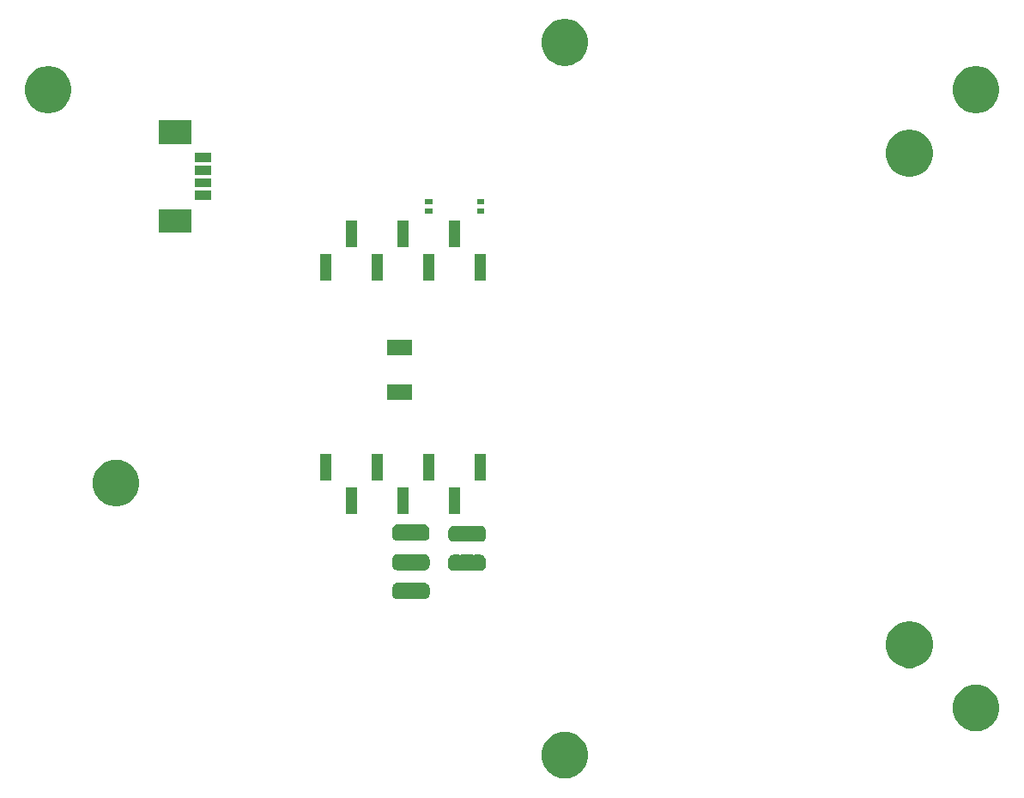
<source format=gbr>
G04 #@! TF.GenerationSoftware,KiCad,Pcbnew,(5.1.2)-2*
G04 #@! TF.CreationDate,2021-09-09T10:29:02-03:00*
G04 #@! TF.ProjectId,MAG_Plus,4d41475f-506c-4757-932e-6b696361645f,rev?*
G04 #@! TF.SameCoordinates,Original*
G04 #@! TF.FileFunction,Soldermask,Top*
G04 #@! TF.FilePolarity,Negative*
%FSLAX46Y46*%
G04 Gerber Fmt 4.6, Leading zero omitted, Abs format (unit mm)*
G04 Created by KiCad (PCBNEW (5.1.2)-2) date 2021-09-09 10:29:02*
%MOMM*%
%LPD*%
G04 APERTURE LIST*
%ADD10C,0.100000*%
G04 APERTURE END LIST*
D10*
G36*
X513178903Y-110873213D02*
G01*
X513401177Y-110917426D01*
X513819932Y-111090880D01*
X514196802Y-111342696D01*
X514517304Y-111663198D01*
X514769120Y-112040068D01*
X514942574Y-112458823D01*
X515031000Y-112903371D01*
X515031000Y-113356629D01*
X514942574Y-113801177D01*
X514769120Y-114219932D01*
X514517304Y-114596802D01*
X514196802Y-114917304D01*
X513819932Y-115169120D01*
X513401177Y-115342574D01*
X513178903Y-115386787D01*
X512956630Y-115431000D01*
X512503370Y-115431000D01*
X512281097Y-115386787D01*
X512058823Y-115342574D01*
X511640068Y-115169120D01*
X511263198Y-114917304D01*
X510942696Y-114596802D01*
X510690880Y-114219932D01*
X510517426Y-113801177D01*
X510429000Y-113356629D01*
X510429000Y-112903371D01*
X510517426Y-112458823D01*
X510690880Y-112040068D01*
X510942696Y-111663198D01*
X511263198Y-111342696D01*
X511640068Y-111090880D01*
X512058823Y-110917426D01*
X512281097Y-110873213D01*
X512503370Y-110829000D01*
X512956630Y-110829000D01*
X513178903Y-110873213D01*
X513178903Y-110873213D01*
G37*
G36*
X553738903Y-106213213D02*
G01*
X553961177Y-106257426D01*
X554379932Y-106430880D01*
X554756802Y-106682696D01*
X555077304Y-107003198D01*
X555329120Y-107380068D01*
X555502574Y-107798823D01*
X555591000Y-108243371D01*
X555591000Y-108696629D01*
X555502574Y-109141177D01*
X555329120Y-109559932D01*
X555077304Y-109936802D01*
X554756802Y-110257304D01*
X554379932Y-110509120D01*
X553961177Y-110682574D01*
X553738903Y-110726787D01*
X553516630Y-110771000D01*
X553063370Y-110771000D01*
X552841097Y-110726787D01*
X552618823Y-110682574D01*
X552200068Y-110509120D01*
X551823198Y-110257304D01*
X551502696Y-109936802D01*
X551250880Y-109559932D01*
X551077426Y-109141177D01*
X550989000Y-108696629D01*
X550989000Y-108243371D01*
X551077426Y-107798823D01*
X551250880Y-107380068D01*
X551502696Y-107003198D01*
X551823198Y-106682696D01*
X552200068Y-106430880D01*
X552618823Y-106257426D01*
X552841097Y-106213213D01*
X553063370Y-106169000D01*
X553516630Y-106169000D01*
X553738903Y-106213213D01*
X553738903Y-106213213D01*
G37*
G36*
X547188903Y-99973213D02*
G01*
X547411177Y-100017426D01*
X547829932Y-100190880D01*
X548206802Y-100442696D01*
X548527304Y-100763198D01*
X548779120Y-101140068D01*
X548952574Y-101558823D01*
X549041000Y-102003371D01*
X549041000Y-102456629D01*
X548952574Y-102901177D01*
X548779120Y-103319932D01*
X548527304Y-103696802D01*
X548206802Y-104017304D01*
X547829932Y-104269120D01*
X547411177Y-104442574D01*
X547188903Y-104486787D01*
X546966630Y-104531000D01*
X546513370Y-104531000D01*
X546291097Y-104486787D01*
X546068823Y-104442574D01*
X545650068Y-104269120D01*
X545273198Y-104017304D01*
X544952696Y-103696802D01*
X544700880Y-103319932D01*
X544527426Y-102901177D01*
X544439000Y-102456629D01*
X544439000Y-102003371D01*
X544527426Y-101558823D01*
X544700880Y-101140068D01*
X544952696Y-100763198D01*
X545273198Y-100442696D01*
X545650068Y-100190880D01*
X546068823Y-100017426D01*
X546291097Y-99973213D01*
X546513370Y-99929000D01*
X546966630Y-99929000D01*
X547188903Y-99973213D01*
X547188903Y-99973213D01*
G37*
G36*
X496829999Y-96119737D02*
G01*
X496844528Y-96124145D01*
X496857711Y-96129606D01*
X496881745Y-96134388D01*
X496906249Y-96134389D01*
X496930282Y-96129609D01*
X496952921Y-96120232D01*
X496954765Y-96119000D01*
X498186050Y-96119000D01*
X498198164Y-96125475D01*
X498221613Y-96132588D01*
X498245999Y-96134990D01*
X498270385Y-96132588D01*
X498293834Y-96125475D01*
X498298746Y-96123152D01*
X498310001Y-96119737D01*
X498326140Y-96118148D01*
X498863861Y-96118148D01*
X498882199Y-96119954D01*
X498894450Y-96120556D01*
X498912869Y-96120556D01*
X498935149Y-96122750D01*
X499019233Y-96139476D01*
X499040660Y-96145976D01*
X499119858Y-96178780D01*
X499125303Y-96181691D01*
X499125309Y-96181693D01*
X499134169Y-96186429D01*
X499134173Y-96186432D01*
X499139614Y-96189340D01*
X499210899Y-96236971D01*
X499228204Y-96251172D01*
X499288828Y-96311796D01*
X499303029Y-96329101D01*
X499350660Y-96400386D01*
X499353568Y-96405827D01*
X499353571Y-96405831D01*
X499358307Y-96414691D01*
X499358309Y-96414697D01*
X499361220Y-96420142D01*
X499394024Y-96499340D01*
X499400524Y-96520767D01*
X499417250Y-96604851D01*
X499419444Y-96627131D01*
X499419444Y-96645550D01*
X499420046Y-96657801D01*
X499421852Y-96676139D01*
X499421852Y-97163862D01*
X499420046Y-97182199D01*
X499419444Y-97194450D01*
X499419444Y-97212869D01*
X499417250Y-97235149D01*
X499400524Y-97319233D01*
X499394024Y-97340660D01*
X499361220Y-97419858D01*
X499358309Y-97425303D01*
X499358307Y-97425309D01*
X499353571Y-97434169D01*
X499353568Y-97434173D01*
X499350660Y-97439614D01*
X499303029Y-97510899D01*
X499288828Y-97528204D01*
X499228204Y-97588828D01*
X499210899Y-97603029D01*
X499139614Y-97650660D01*
X499134173Y-97653568D01*
X499134169Y-97653571D01*
X499125309Y-97658307D01*
X499125303Y-97658309D01*
X499119858Y-97661220D01*
X499040660Y-97694024D01*
X499019233Y-97700524D01*
X498935149Y-97717250D01*
X498912869Y-97719444D01*
X498894450Y-97719444D01*
X498882199Y-97720046D01*
X498863862Y-97721852D01*
X498326140Y-97721852D01*
X498310001Y-97720263D01*
X498295472Y-97715855D01*
X498282289Y-97710394D01*
X498258255Y-97705612D01*
X498233751Y-97705611D01*
X498209718Y-97710391D01*
X498187079Y-97719768D01*
X498185235Y-97721000D01*
X496953950Y-97721000D01*
X496941836Y-97714525D01*
X496918387Y-97707412D01*
X496894001Y-97705010D01*
X496869615Y-97707412D01*
X496846166Y-97714525D01*
X496841254Y-97716848D01*
X496829999Y-97720263D01*
X496813860Y-97721852D01*
X496276138Y-97721852D01*
X496257801Y-97720046D01*
X496245550Y-97719444D01*
X496227131Y-97719444D01*
X496204851Y-97717250D01*
X496120767Y-97700524D01*
X496099340Y-97694024D01*
X496020142Y-97661220D01*
X496014697Y-97658309D01*
X496014691Y-97658307D01*
X496005831Y-97653571D01*
X496005827Y-97653568D01*
X496000386Y-97650660D01*
X495929101Y-97603029D01*
X495911796Y-97588828D01*
X495851172Y-97528204D01*
X495836971Y-97510899D01*
X495789340Y-97439614D01*
X495786432Y-97434173D01*
X495786429Y-97434169D01*
X495781693Y-97425309D01*
X495781691Y-97425303D01*
X495778780Y-97419858D01*
X495745976Y-97340660D01*
X495739476Y-97319233D01*
X495722750Y-97235149D01*
X495720556Y-97212869D01*
X495720556Y-97194450D01*
X495719954Y-97182199D01*
X495718148Y-97163862D01*
X495718148Y-96676139D01*
X495719954Y-96657801D01*
X495720556Y-96645550D01*
X495720556Y-96627131D01*
X495722750Y-96604851D01*
X495739476Y-96520767D01*
X495745976Y-96499340D01*
X495778780Y-96420142D01*
X495781691Y-96414697D01*
X495781693Y-96414691D01*
X495786429Y-96405831D01*
X495786432Y-96405827D01*
X495789340Y-96400386D01*
X495836971Y-96329101D01*
X495851172Y-96311796D01*
X495911796Y-96251172D01*
X495929101Y-96236971D01*
X496000386Y-96189340D01*
X496005827Y-96186432D01*
X496005831Y-96186429D01*
X496014691Y-96181693D01*
X496014697Y-96181691D01*
X496020142Y-96178780D01*
X496099340Y-96145976D01*
X496120767Y-96139476D01*
X496204851Y-96122750D01*
X496227131Y-96120556D01*
X496245550Y-96120556D01*
X496257801Y-96119954D01*
X496276139Y-96118148D01*
X496813860Y-96118148D01*
X496829999Y-96119737D01*
X496829999Y-96119737D01*
G37*
G36*
X502349999Y-93349737D02*
G01*
X502364528Y-93354145D01*
X502377711Y-93359606D01*
X502401745Y-93364388D01*
X502426249Y-93364389D01*
X502450282Y-93359609D01*
X502472921Y-93350232D01*
X502474765Y-93349000D01*
X503706050Y-93349000D01*
X503718164Y-93355475D01*
X503741613Y-93362588D01*
X503765999Y-93364990D01*
X503790385Y-93362588D01*
X503813834Y-93355475D01*
X503818746Y-93353152D01*
X503830001Y-93349737D01*
X503846140Y-93348148D01*
X504383861Y-93348148D01*
X504402199Y-93349954D01*
X504414450Y-93350556D01*
X504432869Y-93350556D01*
X504455149Y-93352750D01*
X504539233Y-93369476D01*
X504560660Y-93375976D01*
X504639858Y-93408780D01*
X504645303Y-93411691D01*
X504645309Y-93411693D01*
X504654169Y-93416429D01*
X504654173Y-93416432D01*
X504659614Y-93419340D01*
X504730899Y-93466971D01*
X504748204Y-93481172D01*
X504808828Y-93541796D01*
X504823029Y-93559101D01*
X504870660Y-93630386D01*
X504873568Y-93635827D01*
X504873571Y-93635831D01*
X504878307Y-93644691D01*
X504878309Y-93644697D01*
X504881220Y-93650142D01*
X504914024Y-93729340D01*
X504920524Y-93750767D01*
X504937250Y-93834851D01*
X504939444Y-93857131D01*
X504939444Y-93875550D01*
X504940046Y-93887801D01*
X504941852Y-93906139D01*
X504941852Y-94393862D01*
X504940046Y-94412199D01*
X504939444Y-94424450D01*
X504939444Y-94442869D01*
X504937250Y-94465149D01*
X504920524Y-94549233D01*
X504914024Y-94570660D01*
X504881220Y-94649858D01*
X504878309Y-94655303D01*
X504878307Y-94655309D01*
X504873571Y-94664169D01*
X504873568Y-94664173D01*
X504870660Y-94669614D01*
X504823029Y-94740899D01*
X504808828Y-94758204D01*
X504748204Y-94818828D01*
X504730899Y-94833029D01*
X504659614Y-94880660D01*
X504654173Y-94883568D01*
X504654169Y-94883571D01*
X504645309Y-94888307D01*
X504645303Y-94888309D01*
X504639858Y-94891220D01*
X504560660Y-94924024D01*
X504539233Y-94930524D01*
X504455149Y-94947250D01*
X504432869Y-94949444D01*
X504414450Y-94949444D01*
X504402199Y-94950046D01*
X504383862Y-94951852D01*
X503846140Y-94951852D01*
X503830001Y-94950263D01*
X503815472Y-94945855D01*
X503802289Y-94940394D01*
X503778255Y-94935612D01*
X503753751Y-94935611D01*
X503729718Y-94940391D01*
X503707079Y-94949768D01*
X503705235Y-94951000D01*
X502473950Y-94951000D01*
X502461836Y-94944525D01*
X502438387Y-94937412D01*
X502414001Y-94935010D01*
X502389615Y-94937412D01*
X502366166Y-94944525D01*
X502361254Y-94946848D01*
X502349999Y-94950263D01*
X502333860Y-94951852D01*
X501796138Y-94951852D01*
X501777801Y-94950046D01*
X501765550Y-94949444D01*
X501747131Y-94949444D01*
X501724851Y-94947250D01*
X501640767Y-94930524D01*
X501619340Y-94924024D01*
X501540142Y-94891220D01*
X501534697Y-94888309D01*
X501534691Y-94888307D01*
X501525831Y-94883571D01*
X501525827Y-94883568D01*
X501520386Y-94880660D01*
X501449101Y-94833029D01*
X501431796Y-94818828D01*
X501371172Y-94758204D01*
X501356971Y-94740899D01*
X501309340Y-94669614D01*
X501306432Y-94664173D01*
X501306429Y-94664169D01*
X501301693Y-94655309D01*
X501301691Y-94655303D01*
X501298780Y-94649858D01*
X501265976Y-94570660D01*
X501259476Y-94549233D01*
X501242750Y-94465149D01*
X501240556Y-94442869D01*
X501240556Y-94424450D01*
X501239954Y-94412199D01*
X501238148Y-94393862D01*
X501238148Y-93906139D01*
X501239954Y-93887801D01*
X501240556Y-93875550D01*
X501240556Y-93857131D01*
X501242750Y-93834851D01*
X501259476Y-93750767D01*
X501265976Y-93729340D01*
X501298780Y-93650142D01*
X501301691Y-93644697D01*
X501301693Y-93644691D01*
X501306429Y-93635831D01*
X501306432Y-93635827D01*
X501309340Y-93630386D01*
X501356971Y-93559101D01*
X501371172Y-93541796D01*
X501431796Y-93481172D01*
X501449101Y-93466971D01*
X501520386Y-93419340D01*
X501525827Y-93416432D01*
X501525831Y-93416429D01*
X501534691Y-93411693D01*
X501534697Y-93411691D01*
X501540142Y-93408780D01*
X501619340Y-93375976D01*
X501640767Y-93369476D01*
X501724851Y-93352750D01*
X501747131Y-93350556D01*
X501765550Y-93350556D01*
X501777801Y-93349954D01*
X501796139Y-93348148D01*
X502333860Y-93348148D01*
X502349999Y-93349737D01*
X502349999Y-93349737D01*
G37*
G36*
X496819999Y-93289737D02*
G01*
X496834528Y-93294145D01*
X496847711Y-93299606D01*
X496871745Y-93304388D01*
X496896249Y-93304389D01*
X496920282Y-93299609D01*
X496942921Y-93290232D01*
X496944765Y-93289000D01*
X498176050Y-93289000D01*
X498188164Y-93295475D01*
X498211613Y-93302588D01*
X498235999Y-93304990D01*
X498260385Y-93302588D01*
X498283834Y-93295475D01*
X498288746Y-93293152D01*
X498300001Y-93289737D01*
X498316140Y-93288148D01*
X498853861Y-93288148D01*
X498872199Y-93289954D01*
X498884450Y-93290556D01*
X498902869Y-93290556D01*
X498925149Y-93292750D01*
X499009233Y-93309476D01*
X499030660Y-93315976D01*
X499109858Y-93348780D01*
X499115303Y-93351691D01*
X499115309Y-93351693D01*
X499124169Y-93356429D01*
X499124173Y-93356432D01*
X499129614Y-93359340D01*
X499200899Y-93406971D01*
X499218204Y-93421172D01*
X499278828Y-93481796D01*
X499293029Y-93499101D01*
X499340660Y-93570386D01*
X499343568Y-93575827D01*
X499343571Y-93575831D01*
X499348307Y-93584691D01*
X499348309Y-93584697D01*
X499351220Y-93590142D01*
X499384024Y-93669340D01*
X499390524Y-93690767D01*
X499407250Y-93774851D01*
X499409444Y-93797131D01*
X499409444Y-93815550D01*
X499410046Y-93827801D01*
X499411852Y-93846139D01*
X499411852Y-94333862D01*
X499410046Y-94352199D01*
X499409444Y-94364450D01*
X499409444Y-94382869D01*
X499407250Y-94405149D01*
X499390524Y-94489233D01*
X499384024Y-94510660D01*
X499351220Y-94589858D01*
X499348309Y-94595303D01*
X499348307Y-94595309D01*
X499343571Y-94604169D01*
X499343568Y-94604173D01*
X499340660Y-94609614D01*
X499293029Y-94680899D01*
X499278828Y-94698204D01*
X499218204Y-94758828D01*
X499200899Y-94773029D01*
X499129614Y-94820660D01*
X499124173Y-94823568D01*
X499124169Y-94823571D01*
X499115309Y-94828307D01*
X499115303Y-94828309D01*
X499109858Y-94831220D01*
X499030660Y-94864024D01*
X499009233Y-94870524D01*
X498925149Y-94887250D01*
X498902869Y-94889444D01*
X498884450Y-94889444D01*
X498872199Y-94890046D01*
X498853862Y-94891852D01*
X498316140Y-94891852D01*
X498300001Y-94890263D01*
X498285472Y-94885855D01*
X498272289Y-94880394D01*
X498248255Y-94875612D01*
X498223751Y-94875611D01*
X498199718Y-94880391D01*
X498177079Y-94889768D01*
X498175235Y-94891000D01*
X496943950Y-94891000D01*
X496931836Y-94884525D01*
X496908387Y-94877412D01*
X496884001Y-94875010D01*
X496859615Y-94877412D01*
X496836166Y-94884525D01*
X496831254Y-94886848D01*
X496819999Y-94890263D01*
X496803860Y-94891852D01*
X496266138Y-94891852D01*
X496247801Y-94890046D01*
X496235550Y-94889444D01*
X496217131Y-94889444D01*
X496194851Y-94887250D01*
X496110767Y-94870524D01*
X496089340Y-94864024D01*
X496010142Y-94831220D01*
X496004697Y-94828309D01*
X496004691Y-94828307D01*
X495995831Y-94823571D01*
X495995827Y-94823568D01*
X495990386Y-94820660D01*
X495919101Y-94773029D01*
X495901796Y-94758828D01*
X495841172Y-94698204D01*
X495826971Y-94680899D01*
X495779340Y-94609614D01*
X495776432Y-94604173D01*
X495776429Y-94604169D01*
X495771693Y-94595309D01*
X495771691Y-94595303D01*
X495768780Y-94589858D01*
X495735976Y-94510660D01*
X495729476Y-94489233D01*
X495712750Y-94405149D01*
X495710556Y-94382869D01*
X495710556Y-94364450D01*
X495709954Y-94352199D01*
X495708148Y-94333862D01*
X495708148Y-93846139D01*
X495709954Y-93827801D01*
X495710556Y-93815550D01*
X495710556Y-93797131D01*
X495712750Y-93774851D01*
X495729476Y-93690767D01*
X495735976Y-93669340D01*
X495768780Y-93590142D01*
X495771691Y-93584697D01*
X495771693Y-93584691D01*
X495776429Y-93575831D01*
X495776432Y-93575827D01*
X495779340Y-93570386D01*
X495826971Y-93499101D01*
X495841172Y-93481796D01*
X495901796Y-93421172D01*
X495919101Y-93406971D01*
X495990386Y-93359340D01*
X495995827Y-93356432D01*
X495995831Y-93356429D01*
X496004691Y-93351693D01*
X496004697Y-93351691D01*
X496010142Y-93348780D01*
X496089340Y-93315976D01*
X496110767Y-93309476D01*
X496194851Y-93292750D01*
X496217131Y-93290556D01*
X496235550Y-93290556D01*
X496247801Y-93289954D01*
X496266139Y-93288148D01*
X496803860Y-93288148D01*
X496819999Y-93289737D01*
X496819999Y-93289737D01*
G37*
G36*
X502369999Y-90479737D02*
G01*
X502384528Y-90484145D01*
X502397711Y-90489606D01*
X502421745Y-90494388D01*
X502446249Y-90494389D01*
X502470282Y-90489609D01*
X502492921Y-90480232D01*
X502494765Y-90479000D01*
X503726050Y-90479000D01*
X503738164Y-90485475D01*
X503761613Y-90492588D01*
X503785999Y-90494990D01*
X503810385Y-90492588D01*
X503833834Y-90485475D01*
X503838746Y-90483152D01*
X503850001Y-90479737D01*
X503866140Y-90478148D01*
X504403861Y-90478148D01*
X504422199Y-90479954D01*
X504434450Y-90480556D01*
X504452869Y-90480556D01*
X504475149Y-90482750D01*
X504559233Y-90499476D01*
X504580660Y-90505976D01*
X504659858Y-90538780D01*
X504665303Y-90541691D01*
X504665309Y-90541693D01*
X504674169Y-90546429D01*
X504674173Y-90546432D01*
X504679614Y-90549340D01*
X504750899Y-90596971D01*
X504768204Y-90611172D01*
X504828828Y-90671796D01*
X504843029Y-90689101D01*
X504890660Y-90760386D01*
X504893568Y-90765827D01*
X504893571Y-90765831D01*
X504898307Y-90774691D01*
X504898309Y-90774697D01*
X504901220Y-90780142D01*
X504934024Y-90859340D01*
X504940524Y-90880767D01*
X504957250Y-90964851D01*
X504959444Y-90987131D01*
X504959444Y-91005550D01*
X504960046Y-91017801D01*
X504961852Y-91036139D01*
X504961852Y-91523862D01*
X504960046Y-91542199D01*
X504959444Y-91554450D01*
X504959444Y-91572869D01*
X504957250Y-91595149D01*
X504940524Y-91679233D01*
X504934024Y-91700660D01*
X504901220Y-91779858D01*
X504898309Y-91785303D01*
X504898307Y-91785309D01*
X504893571Y-91794169D01*
X504893568Y-91794173D01*
X504890660Y-91799614D01*
X504843029Y-91870899D01*
X504828828Y-91888204D01*
X504768204Y-91948828D01*
X504750899Y-91963029D01*
X504679614Y-92010660D01*
X504674173Y-92013568D01*
X504674169Y-92013571D01*
X504665309Y-92018307D01*
X504665303Y-92018309D01*
X504659858Y-92021220D01*
X504580660Y-92054024D01*
X504559233Y-92060524D01*
X504475149Y-92077250D01*
X504452869Y-92079444D01*
X504434450Y-92079444D01*
X504422199Y-92080046D01*
X504403862Y-92081852D01*
X503866140Y-92081852D01*
X503850001Y-92080263D01*
X503835472Y-92075855D01*
X503822289Y-92070394D01*
X503798255Y-92065612D01*
X503773751Y-92065611D01*
X503749718Y-92070391D01*
X503727079Y-92079768D01*
X503725235Y-92081000D01*
X502493950Y-92081000D01*
X502481836Y-92074525D01*
X502458387Y-92067412D01*
X502434001Y-92065010D01*
X502409615Y-92067412D01*
X502386166Y-92074525D01*
X502381254Y-92076848D01*
X502369999Y-92080263D01*
X502353860Y-92081852D01*
X501816138Y-92081852D01*
X501797801Y-92080046D01*
X501785550Y-92079444D01*
X501767131Y-92079444D01*
X501744851Y-92077250D01*
X501660767Y-92060524D01*
X501639340Y-92054024D01*
X501560142Y-92021220D01*
X501554697Y-92018309D01*
X501554691Y-92018307D01*
X501545831Y-92013571D01*
X501545827Y-92013568D01*
X501540386Y-92010660D01*
X501469101Y-91963029D01*
X501451796Y-91948828D01*
X501391172Y-91888204D01*
X501376971Y-91870899D01*
X501329340Y-91799614D01*
X501326432Y-91794173D01*
X501326429Y-91794169D01*
X501321693Y-91785309D01*
X501321691Y-91785303D01*
X501318780Y-91779858D01*
X501285976Y-91700660D01*
X501279476Y-91679233D01*
X501262750Y-91595149D01*
X501260556Y-91572869D01*
X501260556Y-91554450D01*
X501259954Y-91542199D01*
X501258148Y-91523862D01*
X501258148Y-91036139D01*
X501259954Y-91017801D01*
X501260556Y-91005550D01*
X501260556Y-90987131D01*
X501262750Y-90964851D01*
X501279476Y-90880767D01*
X501285976Y-90859340D01*
X501318780Y-90780142D01*
X501321691Y-90774697D01*
X501321693Y-90774691D01*
X501326429Y-90765831D01*
X501326432Y-90765827D01*
X501329340Y-90760386D01*
X501376971Y-90689101D01*
X501391172Y-90671796D01*
X501451796Y-90611172D01*
X501469101Y-90596971D01*
X501540386Y-90549340D01*
X501545827Y-90546432D01*
X501545831Y-90546429D01*
X501554691Y-90541693D01*
X501554697Y-90541691D01*
X501560142Y-90538780D01*
X501639340Y-90505976D01*
X501660767Y-90499476D01*
X501744851Y-90482750D01*
X501767131Y-90480556D01*
X501785550Y-90480556D01*
X501797801Y-90479954D01*
X501816139Y-90478148D01*
X502353860Y-90478148D01*
X502369999Y-90479737D01*
X502369999Y-90479737D01*
G37*
G36*
X496809999Y-90369737D02*
G01*
X496824528Y-90374145D01*
X496837711Y-90379606D01*
X496861745Y-90384388D01*
X496886249Y-90384389D01*
X496910282Y-90379609D01*
X496932921Y-90370232D01*
X496934765Y-90369000D01*
X498166050Y-90369000D01*
X498178164Y-90375475D01*
X498201613Y-90382588D01*
X498225999Y-90384990D01*
X498250385Y-90382588D01*
X498273834Y-90375475D01*
X498278746Y-90373152D01*
X498290001Y-90369737D01*
X498306140Y-90368148D01*
X498843861Y-90368148D01*
X498862199Y-90369954D01*
X498874450Y-90370556D01*
X498892869Y-90370556D01*
X498915149Y-90372750D01*
X498999233Y-90389476D01*
X499020660Y-90395976D01*
X499099858Y-90428780D01*
X499105303Y-90431691D01*
X499105309Y-90431693D01*
X499114169Y-90436429D01*
X499114173Y-90436432D01*
X499119614Y-90439340D01*
X499190899Y-90486971D01*
X499208204Y-90501172D01*
X499268828Y-90561796D01*
X499283029Y-90579101D01*
X499330660Y-90650386D01*
X499333568Y-90655827D01*
X499333571Y-90655831D01*
X499338307Y-90664691D01*
X499338309Y-90664697D01*
X499341220Y-90670142D01*
X499374024Y-90749340D01*
X499380524Y-90770767D01*
X499397250Y-90854851D01*
X499399444Y-90877131D01*
X499399444Y-90895550D01*
X499400046Y-90907801D01*
X499401852Y-90926139D01*
X499401852Y-91413862D01*
X499400046Y-91432199D01*
X499399444Y-91444450D01*
X499399444Y-91462869D01*
X499397250Y-91485149D01*
X499380524Y-91569233D01*
X499374024Y-91590660D01*
X499341220Y-91669858D01*
X499338309Y-91675303D01*
X499338307Y-91675309D01*
X499333571Y-91684169D01*
X499333568Y-91684173D01*
X499330660Y-91689614D01*
X499283029Y-91760899D01*
X499268828Y-91778204D01*
X499208204Y-91838828D01*
X499190899Y-91853029D01*
X499119614Y-91900660D01*
X499114173Y-91903568D01*
X499114169Y-91903571D01*
X499105309Y-91908307D01*
X499105303Y-91908309D01*
X499099858Y-91911220D01*
X499020660Y-91944024D01*
X498999233Y-91950524D01*
X498915149Y-91967250D01*
X498892869Y-91969444D01*
X498874450Y-91969444D01*
X498862199Y-91970046D01*
X498843862Y-91971852D01*
X498306140Y-91971852D01*
X498290001Y-91970263D01*
X498275472Y-91965855D01*
X498262289Y-91960394D01*
X498238255Y-91955612D01*
X498213751Y-91955611D01*
X498189718Y-91960391D01*
X498167079Y-91969768D01*
X498165235Y-91971000D01*
X496933950Y-91971000D01*
X496921836Y-91964525D01*
X496898387Y-91957412D01*
X496874001Y-91955010D01*
X496849615Y-91957412D01*
X496826166Y-91964525D01*
X496821254Y-91966848D01*
X496809999Y-91970263D01*
X496793860Y-91971852D01*
X496256138Y-91971852D01*
X496237801Y-91970046D01*
X496225550Y-91969444D01*
X496207131Y-91969444D01*
X496184851Y-91967250D01*
X496100767Y-91950524D01*
X496079340Y-91944024D01*
X496000142Y-91911220D01*
X495994697Y-91908309D01*
X495994691Y-91908307D01*
X495985831Y-91903571D01*
X495985827Y-91903568D01*
X495980386Y-91900660D01*
X495909101Y-91853029D01*
X495891796Y-91838828D01*
X495831172Y-91778204D01*
X495816971Y-91760899D01*
X495769340Y-91689614D01*
X495766432Y-91684173D01*
X495766429Y-91684169D01*
X495761693Y-91675309D01*
X495761691Y-91675303D01*
X495758780Y-91669858D01*
X495725976Y-91590660D01*
X495719476Y-91569233D01*
X495702750Y-91485149D01*
X495700556Y-91462869D01*
X495700556Y-91444450D01*
X495699954Y-91432199D01*
X495698148Y-91413862D01*
X495698148Y-90926139D01*
X495699954Y-90907801D01*
X495700556Y-90895550D01*
X495700556Y-90877131D01*
X495702750Y-90854851D01*
X495719476Y-90770767D01*
X495725976Y-90749340D01*
X495758780Y-90670142D01*
X495761691Y-90664697D01*
X495761693Y-90664691D01*
X495766429Y-90655831D01*
X495766432Y-90655827D01*
X495769340Y-90650386D01*
X495816971Y-90579101D01*
X495831172Y-90561796D01*
X495891796Y-90501172D01*
X495909101Y-90486971D01*
X495980386Y-90439340D01*
X495985827Y-90436432D01*
X495985831Y-90436429D01*
X495994691Y-90431693D01*
X495994697Y-90431691D01*
X496000142Y-90428780D01*
X496079340Y-90395976D01*
X496100767Y-90389476D01*
X496184851Y-90372750D01*
X496207131Y-90370556D01*
X496225550Y-90370556D01*
X496237801Y-90369954D01*
X496256139Y-90368148D01*
X496793860Y-90368148D01*
X496809999Y-90369737D01*
X496809999Y-90369737D01*
G37*
G36*
X492241000Y-89331000D02*
G01*
X491139000Y-89331000D01*
X491139000Y-86719000D01*
X492241000Y-86719000D01*
X492241000Y-89331000D01*
X492241000Y-89331000D01*
G37*
G36*
X497321000Y-89331000D02*
G01*
X496219000Y-89331000D01*
X496219000Y-86719000D01*
X497321000Y-86719000D01*
X497321000Y-89331000D01*
X497321000Y-89331000D01*
G37*
G36*
X502401000Y-89331000D02*
G01*
X501299000Y-89331000D01*
X501299000Y-86719000D01*
X502401000Y-86719000D01*
X502401000Y-89331000D01*
X502401000Y-89331000D01*
G37*
G36*
X468938903Y-84013213D02*
G01*
X469161177Y-84057426D01*
X469579932Y-84230880D01*
X469956802Y-84482696D01*
X470277304Y-84803198D01*
X470529120Y-85180068D01*
X470702574Y-85598823D01*
X470791000Y-86043371D01*
X470791000Y-86496629D01*
X470702574Y-86941177D01*
X470529120Y-87359932D01*
X470277304Y-87736802D01*
X469956802Y-88057304D01*
X469579932Y-88309120D01*
X469161177Y-88482574D01*
X468938903Y-88526787D01*
X468716630Y-88571000D01*
X468263370Y-88571000D01*
X468041097Y-88526787D01*
X467818823Y-88482574D01*
X467400068Y-88309120D01*
X467023198Y-88057304D01*
X466702696Y-87736802D01*
X466450880Y-87359932D01*
X466277426Y-86941177D01*
X466189000Y-86496629D01*
X466189000Y-86043371D01*
X466277426Y-85598823D01*
X466450880Y-85180068D01*
X466702696Y-84803198D01*
X467023198Y-84482696D01*
X467400068Y-84230880D01*
X467818823Y-84057426D01*
X468041097Y-84013213D01*
X468263370Y-83969000D01*
X468716630Y-83969000D01*
X468938903Y-84013213D01*
X468938903Y-84013213D01*
G37*
G36*
X489701000Y-86021000D02*
G01*
X488599000Y-86021000D01*
X488599000Y-83409000D01*
X489701000Y-83409000D01*
X489701000Y-86021000D01*
X489701000Y-86021000D01*
G37*
G36*
X499861000Y-86021000D02*
G01*
X498759000Y-86021000D01*
X498759000Y-83409000D01*
X499861000Y-83409000D01*
X499861000Y-86021000D01*
X499861000Y-86021000D01*
G37*
G36*
X494781000Y-86021000D02*
G01*
X493679000Y-86021000D01*
X493679000Y-83409000D01*
X494781000Y-83409000D01*
X494781000Y-86021000D01*
X494781000Y-86021000D01*
G37*
G36*
X504941000Y-86021000D02*
G01*
X503839000Y-86021000D01*
X503839000Y-83409000D01*
X504941000Y-83409000D01*
X504941000Y-86021000D01*
X504941000Y-86021000D01*
G37*
G36*
X497696000Y-78086000D02*
G01*
X495194000Y-78086000D01*
X495194000Y-76534000D01*
X497696000Y-76534000D01*
X497696000Y-78086000D01*
X497696000Y-78086000D01*
G37*
G36*
X497696000Y-73686000D02*
G01*
X495194000Y-73686000D01*
X495194000Y-72134000D01*
X497696000Y-72134000D01*
X497696000Y-73686000D01*
X497696000Y-73686000D01*
G37*
G36*
X494801000Y-66331000D02*
G01*
X493699000Y-66331000D01*
X493699000Y-63719000D01*
X494801000Y-63719000D01*
X494801000Y-66331000D01*
X494801000Y-66331000D01*
G37*
G36*
X489721000Y-66331000D02*
G01*
X488619000Y-66331000D01*
X488619000Y-63719000D01*
X489721000Y-63719000D01*
X489721000Y-66331000D01*
X489721000Y-66331000D01*
G37*
G36*
X504961000Y-66331000D02*
G01*
X503859000Y-66331000D01*
X503859000Y-63719000D01*
X504961000Y-63719000D01*
X504961000Y-66331000D01*
X504961000Y-66331000D01*
G37*
G36*
X499881000Y-66331000D02*
G01*
X498779000Y-66331000D01*
X498779000Y-63719000D01*
X499881000Y-63719000D01*
X499881000Y-66331000D01*
X499881000Y-66331000D01*
G37*
G36*
X492261000Y-63021000D02*
G01*
X491159000Y-63021000D01*
X491159000Y-60409000D01*
X492261000Y-60409000D01*
X492261000Y-63021000D01*
X492261000Y-63021000D01*
G37*
G36*
X497341000Y-63021000D02*
G01*
X496239000Y-63021000D01*
X496239000Y-60409000D01*
X497341000Y-60409000D01*
X497341000Y-63021000D01*
X497341000Y-63021000D01*
G37*
G36*
X502421000Y-63021000D02*
G01*
X501319000Y-63021000D01*
X501319000Y-60409000D01*
X502421000Y-60409000D01*
X502421000Y-63021000D01*
X502421000Y-63021000D01*
G37*
G36*
X475936000Y-61556000D02*
G01*
X472734000Y-61556000D01*
X472734000Y-59254000D01*
X475936000Y-59254000D01*
X475936000Y-61556000D01*
X475936000Y-61556000D01*
G37*
G36*
X499681000Y-59701000D02*
G01*
X498979000Y-59701000D01*
X498979000Y-59199000D01*
X499681000Y-59199000D01*
X499681000Y-59701000D01*
X499681000Y-59701000D01*
G37*
G36*
X504771000Y-59691000D02*
G01*
X504069000Y-59691000D01*
X504069000Y-59189000D01*
X504771000Y-59189000D01*
X504771000Y-59691000D01*
X504771000Y-59691000D01*
G37*
G36*
X499681000Y-58801000D02*
G01*
X498979000Y-58801000D01*
X498979000Y-58299000D01*
X499681000Y-58299000D01*
X499681000Y-58801000D01*
X499681000Y-58801000D01*
G37*
G36*
X504771000Y-58791000D02*
G01*
X504069000Y-58791000D01*
X504069000Y-58289000D01*
X504771000Y-58289000D01*
X504771000Y-58791000D01*
X504771000Y-58791000D01*
G37*
G36*
X477886000Y-58356000D02*
G01*
X476284000Y-58356000D01*
X476284000Y-57454000D01*
X477886000Y-57454000D01*
X477886000Y-58356000D01*
X477886000Y-58356000D01*
G37*
G36*
X477886000Y-57106000D02*
G01*
X476284000Y-57106000D01*
X476284000Y-56204000D01*
X477886000Y-56204000D01*
X477886000Y-57106000D01*
X477886000Y-57106000D01*
G37*
G36*
X547188903Y-51473213D02*
G01*
X547411177Y-51517426D01*
X547829932Y-51690880D01*
X548206802Y-51942696D01*
X548527304Y-52263198D01*
X548779120Y-52640068D01*
X548952574Y-53058823D01*
X549041000Y-53503371D01*
X549041000Y-53956629D01*
X548952574Y-54401177D01*
X548779120Y-54819932D01*
X548527304Y-55196802D01*
X548206802Y-55517304D01*
X547829932Y-55769120D01*
X547411177Y-55942574D01*
X547188903Y-55986787D01*
X546966630Y-56031000D01*
X546513370Y-56031000D01*
X546291097Y-55986787D01*
X546068823Y-55942574D01*
X545650068Y-55769120D01*
X545273198Y-55517304D01*
X544952696Y-55196802D01*
X544700880Y-54819932D01*
X544527426Y-54401177D01*
X544439000Y-53956629D01*
X544439000Y-53503371D01*
X544527426Y-53058823D01*
X544700880Y-52640068D01*
X544952696Y-52263198D01*
X545273198Y-51942696D01*
X545650068Y-51690880D01*
X546068823Y-51517426D01*
X546291097Y-51473213D01*
X546513370Y-51429000D01*
X546966630Y-51429000D01*
X547188903Y-51473213D01*
X547188903Y-51473213D01*
G37*
G36*
X477886000Y-55856000D02*
G01*
X476284000Y-55856000D01*
X476284000Y-54954000D01*
X477886000Y-54954000D01*
X477886000Y-55856000D01*
X477886000Y-55856000D01*
G37*
G36*
X477886000Y-54606000D02*
G01*
X476284000Y-54606000D01*
X476284000Y-53704000D01*
X477886000Y-53704000D01*
X477886000Y-54606000D01*
X477886000Y-54606000D01*
G37*
G36*
X475936000Y-52806000D02*
G01*
X472734000Y-52806000D01*
X472734000Y-50504000D01*
X475936000Y-50504000D01*
X475936000Y-52806000D01*
X475936000Y-52806000D01*
G37*
G36*
X553738903Y-45213213D02*
G01*
X553961177Y-45257426D01*
X554379932Y-45430880D01*
X554756802Y-45682696D01*
X555077304Y-46003198D01*
X555329120Y-46380068D01*
X555502574Y-46798823D01*
X555591000Y-47243371D01*
X555591000Y-47696629D01*
X555502574Y-48141177D01*
X555329120Y-48559932D01*
X555077304Y-48936802D01*
X554756802Y-49257304D01*
X554379932Y-49509120D01*
X553961177Y-49682574D01*
X553738903Y-49726787D01*
X553516630Y-49771000D01*
X553063370Y-49771000D01*
X552841097Y-49726787D01*
X552618823Y-49682574D01*
X552200068Y-49509120D01*
X551823198Y-49257304D01*
X551502696Y-48936802D01*
X551250880Y-48559932D01*
X551077426Y-48141177D01*
X550989000Y-47696629D01*
X550989000Y-47243371D01*
X551077426Y-46798823D01*
X551250880Y-46380068D01*
X551502696Y-46003198D01*
X551823198Y-45682696D01*
X552200068Y-45430880D01*
X552618823Y-45257426D01*
X552841097Y-45213213D01*
X553063370Y-45169000D01*
X553516630Y-45169000D01*
X553738903Y-45213213D01*
X553738903Y-45213213D01*
G37*
G36*
X462238903Y-45213213D02*
G01*
X462461177Y-45257426D01*
X462879932Y-45430880D01*
X463256802Y-45682696D01*
X463577304Y-46003198D01*
X463829120Y-46380068D01*
X464002574Y-46798823D01*
X464091000Y-47243371D01*
X464091000Y-47696629D01*
X464002574Y-48141177D01*
X463829120Y-48559932D01*
X463577304Y-48936802D01*
X463256802Y-49257304D01*
X462879932Y-49509120D01*
X462461177Y-49682574D01*
X462238903Y-49726787D01*
X462016630Y-49771000D01*
X461563370Y-49771000D01*
X461341097Y-49726787D01*
X461118823Y-49682574D01*
X460700068Y-49509120D01*
X460323198Y-49257304D01*
X460002696Y-48936802D01*
X459750880Y-48559932D01*
X459577426Y-48141177D01*
X459489000Y-47696629D01*
X459489000Y-47243371D01*
X459577426Y-46798823D01*
X459750880Y-46380068D01*
X460002696Y-46003198D01*
X460323198Y-45682696D01*
X460700068Y-45430880D01*
X461118823Y-45257426D01*
X461341097Y-45213213D01*
X461563370Y-45169000D01*
X462016630Y-45169000D01*
X462238903Y-45213213D01*
X462238903Y-45213213D01*
G37*
G36*
X513178903Y-40543213D02*
G01*
X513401177Y-40587426D01*
X513819932Y-40760880D01*
X514196802Y-41012696D01*
X514517304Y-41333198D01*
X514769120Y-41710068D01*
X514942574Y-42128823D01*
X515031000Y-42573371D01*
X515031000Y-43026629D01*
X514942574Y-43471177D01*
X514769120Y-43889932D01*
X514517304Y-44266802D01*
X514196802Y-44587304D01*
X513819932Y-44839120D01*
X513401177Y-45012574D01*
X513178903Y-45056787D01*
X512956630Y-45101000D01*
X512503370Y-45101000D01*
X512281097Y-45056787D01*
X512058823Y-45012574D01*
X511640068Y-44839120D01*
X511263198Y-44587304D01*
X510942696Y-44266802D01*
X510690880Y-43889932D01*
X510517426Y-43471177D01*
X510429000Y-43026629D01*
X510429000Y-42573371D01*
X510517426Y-42128823D01*
X510690880Y-41710068D01*
X510942696Y-41333198D01*
X511263198Y-41012696D01*
X511640068Y-40760880D01*
X512058823Y-40587426D01*
X512281097Y-40543213D01*
X512503370Y-40499000D01*
X512956630Y-40499000D01*
X513178903Y-40543213D01*
X513178903Y-40543213D01*
G37*
M02*

</source>
